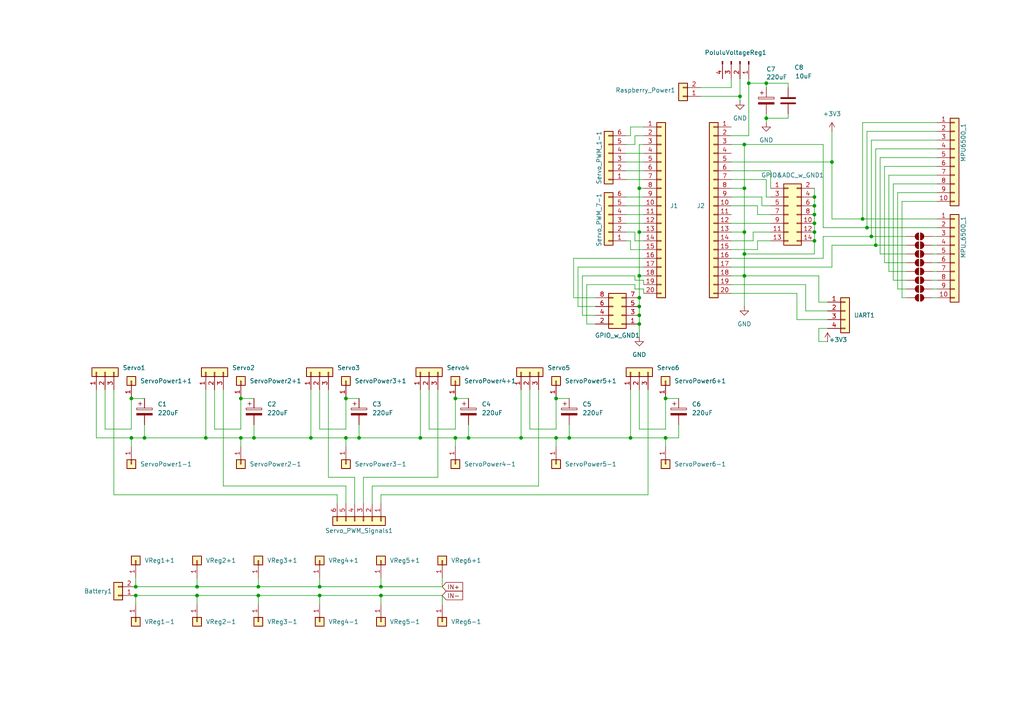
<source format=kicad_sch>
(kicad_sch (version 20250114) (generator "eeschema") (generator_version "9.0")
  (paper "A4")
  (lib_symbols
    (symbol "Connector:Conn_01x04_Pin" (pin_names (offset 1.016) (hide yes))
      (property "Reference" "J" (at 0 5.08 0))
      (property "Value" "Conn_01x04_Pin" (at 0 -7.62 0))
      (symbol "Conn_01x04_Pin_1_1"
        (pin passive line (at 5.08 2.54 180) (length 3.81) (name "Pin_1") (number "1"))
        (pin passive line (at 5.08 0 180) (length 3.81) (name "Pin_2") (number "2"))
        (pin passive line (at 5.08 -2.54 180) (length 3.81) (name "Pin_3") (number "3"))
        (pin passive line (at 5.08 -5.08 180) (length 3.81) (name "Pin_4") (number "4"))
      )
    )
    (symbol "Connector_Generic:Conn_01x01" (pin_names (offset 1.016) (hide yes))
      (property "Reference" "J" (at 0 2.54 0))
      (property "Value" "Conn_01x01" (at 0 -2.54 0))
      (symbol "Conn_01x01_1_1"
        (pin passive line (at -5.08 0 0) (length 3.81) (name "Pin_1") (number "1"))
      )
    )
    (symbol "Connector_Generic:Conn_01x02" (pin_names (offset 1.016) (hide yes))
      (property "Reference" "J" (at 0 2.54 0))
      (property "Value" "Conn_01x02" (at 0 -5.08 0))
      (symbol "Conn_01x02_1_1"
        (pin passive line (at -5.08 0 0) (length 3.81) (name "Pin_1") (number "1"))
        (pin passive line (at -5.08 -2.54 0) (length 3.81) (name "Pin_2") (number "2"))
      )
    )
    (symbol "Connector_Generic:Conn_01x03" (pin_names (offset 1.016) (hide yes))
      (property "Reference" "J" (at 0 5.08 0))
      (property "Value" "Conn_01x03" (at 0 -5.08 0))
      (symbol "Conn_01x03_1_1"
        (pin passive line (at -5.08 2.54 0) (length 3.81) (name "Pin_1") (number "1"))
        (pin passive line (at -5.08 0 0) (length 3.81) (name "Pin_2") (number "2"))
        (pin passive line (at -5.08 -2.54 0) (length 3.81) (name "Pin_3") (number "3"))
      )
    )
    (symbol "Connector_Generic:Conn_01x04" (pin_names (offset 1.016) (hide yes))
      (property "Reference" "J" (at 0 5.08 0))
      (property "Value" "Conn_01x04" (at 0 -7.62 0))
      (symbol "Conn_01x04_1_1"
        (pin passive line (at -5.08 2.54 0) (length 3.81) (name "Pin_1") (number "1"))
        (pin passive line (at -5.08 0 0) (length 3.81) (name "Pin_2") (number "2"))
        (pin passive line (at -5.08 -2.54 0) (length 3.81) (name "Pin_3") (number "3"))
        (pin passive line (at -5.08 -5.08 0) (length 3.81) (name "Pin_4") (number "4"))
      )
    )
    (symbol "Connector_Generic:Conn_01x06" (pin_names (offset 1.016) (hide yes))
      (property "Reference" "J" (at 0 7.62 0))
      (property "Value" "Conn_01x06" (at 0 -10.16 0))
      (symbol "Conn_01x06_1_1"
        (pin passive line (at -5.08 5.08 0) (length 3.81) (name "Pin_1") (number "1"))
        (pin passive line (at -5.08 2.54 0) (length 3.81) (name "Pin_2") (number "2"))
        (pin passive line (at -5.08 0 0) (length 3.81) (name "Pin_3") (number "3"))
        (pin passive line (at -5.08 -2.54 0) (length 3.81) (name "Pin_4") (number "4"))
        (pin passive line (at -5.08 -5.08 0) (length 3.81) (name "Pin_5") (number "5"))
        (pin passive line (at -5.08 -7.62 0) (length 3.81) (name "Pin_6") (number "6"))
      )
    )
    (symbol "Connector_Generic:Conn_01x10" (pin_names (offset 1.016) (hide yes))
      (property "Reference" "J" (at 0 12.7 0))
      (property "Value" "Conn_01x10" (at 0 -15.24 0))
      (symbol "Conn_01x10_1_1"
        (pin passive line (at -5.08 10.16 0) (length 3.81) (name "Pin_1") (number "1"))
        (pin passive line (at -5.08 7.62 0) (length 3.81) (name "Pin_2") (number "2"))
        (pin passive line (at -5.08 5.08 0) (length 3.81) (name "Pin_3") (number "3"))
        (pin passive line (at -5.08 2.54 0) (length 3.81) (name "Pin_4") (number "4"))
        (pin passive line (at -5.08 0 0) (length 3.81) (name "Pin_5") (number "5"))
        (pin passive line (at -5.08 -2.54 0) (length 3.81) (name "Pin_6") (number "6"))
        (pin passive line (at -5.08 -5.08 0) (length 3.81) (name "Pin_7") (number "7"))
        (pin passive line (at -5.08 -7.62 0) (length 3.81) (name "Pin_8") (number "8"))
        (pin passive line (at -5.08 -10.16 0) (length 3.81) (name "Pin_9") (number "9"))
        (pin passive line (at -5.08 -12.7 0) (length 3.81) (name "Pin_10") (number "10"))
      )
    )
    (symbol "Connector_Generic:Conn_01x20" (pin_names (offset 1.016) (hide yes))
      (property "Reference" "J" (at 0 25.4 0))
      (property "Value" "Conn_01x20" (at 0 -27.94 0))
      (symbol "Conn_01x20_1_1"
        (pin passive line (at -5.08 22.86 0) (length 3.81) (name "Pin_1") (number "1"))
        (pin passive line (at -5.08 20.32 0) (length 3.81) (name "Pin_2") (number "2"))
        (pin passive line (at -5.08 17.78 0) (length 3.81) (name "Pin_3") (number "3"))
        (pin passive line (at -5.08 15.24 0) (length 3.81) (name "Pin_4") (number "4"))
        (pin passive line (at -5.08 12.7 0) (length 3.81) (name "Pin_5") (number "5"))
        (pin passive line (at -5.08 10.16 0) (length 3.81) (name "Pin_6") (number "6"))
        (pin passive line (at -5.08 7.62 0) (length 3.81) (name "Pin_7") (number "7"))
        (pin passive line (at -5.08 5.08 0) (length 3.81) (name "Pin_8") (number "8"))
        (pin passive line (at -5.08 2.54 0) (length 3.81) (name "Pin_9") (number "9"))
        (pin passive line (at -5.08 0 0) (length 3.81) (name "Pin_10") (number "10"))
        (pin passive line (at -5.08 -2.54 0) (length 3.81) (name "Pin_11") (number "11"))
        (pin passive line (at -5.08 -5.08 0) (length 3.81) (name "Pin_12") (number "12"))
        (pin passive line (at -5.08 -7.62 0) (length 3.81) (name "Pin_13") (number "13"))
        (pin passive line (at -5.08 -10.16 0) (length 3.81) (name "Pin_14") (number "14"))
        (pin passive line (at -5.08 -12.7 0) (length 3.81) (name "Pin_15") (number "15"))
        (pin passive line (at -5.08 -15.24 0) (length 3.81) (name "Pin_16") (number "16"))
        (pin passive line (at -5.08 -17.78 0) (length 3.81) (name "Pin_17") (number "17"))
        (pin passive line (at -5.08 -20.32 0) (length 3.81) (name "Pin_18") (number "18"))
        (pin passive line (at -5.08 -22.86 0) (length 3.81) (name "Pin_19") (number "19"))
        (pin passive line (at -5.08 -25.4 0) (length 3.81) (name "Pin_20") (number "20"))
      )
    )
    (symbol "Connector_Generic:Conn_02x04_Odd_Even" (pin_names (offset 1.016) (hide yes))
      (property "Reference" "J" (at 1.27 5.08 0))
      (property "Value" "Conn_02x04_Odd_Even" (at 1.27 -7.62 0))
      (symbol "Conn_02x04_Odd_Even_1_1"
        (pin passive line (at -5.08 2.54 0) (length 3.81) (name "Pin_1") (number "1"))
        (pin passive line (at -5.08 0 0) (length 3.81) (name "Pin_3") (number "3"))
        (pin passive line (at -5.08 -2.54 0) (length 3.81) (name "Pin_5") (number "5"))
        (pin passive line (at -5.08 -5.08 0) (length 3.81) (name "Pin_7") (number "7"))
        (pin passive line (at 7.62 2.54 180) (length 3.81) (name "Pin_2") (number "2"))
        (pin passive line (at 7.62 0 180) (length 3.81) (name "Pin_4") (number "4"))
        (pin passive line (at 7.62 -2.54 180) (length 3.81) (name "Pin_6") (number "6"))
        (pin passive line (at 7.62 -5.08 180) (length 3.81) (name "Pin_8") (number "8"))
      )
    )
    (symbol "Connector_Generic:Conn_02x07_Odd_Even" (pin_names (offset 1.016) (hide yes))
      (property "Reference" "J" (at 1.27 10.16 0))
      (property "Value" "Conn_02x07_Odd_Even" (at 1.27 -10.16 0))
      (symbol "Conn_02x07_Odd_Even_1_1"
        (pin passive line (at -5.08 7.62 0) (length 3.81) (name "Pin_1") (number "1"))
        (pin passive line (at -5.08 5.08 0) (length 3.81) (name "Pin_3") (number "3"))
        (pin passive line (at -5.08 2.54 0) (length 3.81) (name "Pin_5") (number "5"))
        (pin passive line (at -5.08 0 0) (length 3.81) (name "Pin_7") (number "7"))
        (pin passive line (at -5.08 -2.54 0) (length 3.81) (name "Pin_9") (number "9"))
        (pin passive line (at -5.08 -5.08 0) (length 3.81) (name "Pin_11") (number "11"))
        (pin passive line (at -5.08 -7.62 0) (length 3.81) (name "Pin_13") (number "13"))
        (pin passive line (at 7.62 7.62 180) (length 3.81) (name "Pin_2") (number "2"))
        (pin passive line (at 7.62 5.08 180) (length 3.81) (name "Pin_4") (number "4"))
        (pin passive line (at 7.62 2.54 180) (length 3.81) (name "Pin_6") (number "6"))
        (pin passive line (at 7.62 0 180) (length 3.81) (name "Pin_8") (number "8"))
        (pin passive line (at 7.62 -2.54 180) (length 3.81) (name "Pin_10") (number "10"))
        (pin passive line (at 7.62 -5.08 180) (length 3.81) (name "Pin_12") (number "12"))
        (pin passive line (at 7.62 -7.62 180) (length 3.81) (name "Pin_14") (number "14"))
      )
    )
    (symbol "Device:C" (pin_numbers (hide yes)) (pin_names (offset 0.254))
      (property "Reference" "C" (at 0.635 2.54 0))
      (property "Value" "C" (at 0.635 -2.54 0))
      (symbol "C_1_1"
        (pin passive line (at 0 3.81 270) (length 2.794) (name "~") (number "1"))
        (pin passive line (at 0 -3.81 90) (length 2.794) (name "~") (number "2"))
      )
    )
    (symbol "Device:C_Polarized" (pin_numbers (hide yes)) (pin_names (offset 0.254))
      (property "Reference" "C" (at 0.635 2.54 0))
      (property "Value" "C_Polarized" (at 0.635 -2.54 0))
      (symbol "C_Polarized_1_1"
        (pin passive line (at 0 3.81 270) (length 2.794) (name "~") (number "1"))
        (pin passive line (at 0 -3.81 90) (length 2.794) (name "~") (number "2"))
      )
    )
    (symbol "Jumper:SolderJumper_2_Open" (pin_numbers (hide yes)) (pin_names (offset 0) (hide yes)) (in_bom no)
      (property "Reference" "JP" (at 0 2.032 0))
      (property "Value" "SolderJumper_2_Open" (at 0 -2.54 0))
      (symbol "SolderJumper_2_Open_1_1"
        (pin passive line (at -3.81 0 0) (length 2.54) (name "A") (number "1"))
        (pin passive line (at 3.81 0 180) (length 2.54) (name "B") (number "2"))
      )
    )
    (symbol "power:+3V3" (power) (pin_numbers (hide yes)) (pin_names (offset 0) (hide yes))
      (property "Value" "+3V3" (at 0 3.556 0))
      (symbol "+3V3_1_1"
        (pin power_in line (at 0 0 90) (length 0) (name "~") (number "1"))
      )
    )
    (symbol "power:GND" (power) (pin_numbers (hide yes)) (pin_names (offset 0) (hide yes))
      (property "Value" "GND" (at 0 -3.81 0))
      (symbol "GND_1_1"
        (pin power_in line (at 0 0 270) (length 0) (name "~") (number "1"))
      )
    )
  )
  (junction (at 236.22 57.15))
  (junction (at 236.22 69.85))
  (junction (at 217.17 24.13))
  (junction (at 151.13 127))
  (junction (at 74.93 172.72))
  (junction (at 241.3 46.99))
  (junction (at 236.22 62.23))
  (junction (at 73.66 127))
  (junction (at 215.9 54.61))
  (junction (at 185.42 80.01))
  (junction (at 57.15 170.18))
  (junction (at 100.33 127))
  (junction (at 59.69 127))
  (junction (at 236.22 67.31))
  (junction (at 132.08 127))
  (junction (at 110.49 172.72))
  (junction (at 121.92 127))
  (junction (at 39.37 172.72))
  (junction (at 161.29 115.57))
  (junction (at 185.42 93.98))
  (junction (at 92.71 170.18))
  (junction (at 185.42 91.44))
  (junction (at 215.9 67.31))
  (junction (at 185.42 88.9))
  (junction (at 236.22 64.77))
  (junction (at 38.1 127))
  (junction (at 100.33 115.57))
  (junction (at 92.71 172.72))
  (junction (at 215.9 41.91))
  (junction (at 90.17 127))
  (junction (at 69.85 127))
  (junction (at 161.29 127))
  (junction (at 135.89 127))
  (junction (at 215.9 80.01))
  (junction (at 165.1 127))
  (junction (at 252.73 68.58))
  (junction (at 250.19 63.5))
  (junction (at 236.22 59.69))
  (junction (at 193.04 115.57))
  (junction (at 57.15 172.72))
  (junction (at 185.42 86.36))
  (junction (at 104.14 127))
  (junction (at 182.88 127))
  (junction (at 132.08 115.57))
  (junction (at 215.9 73.66))
  (junction (at 193.04 127))
  (junction (at 254 71.12))
  (junction (at 74.93 170.18))
  (junction (at 185.42 67.31))
  (junction (at 41.91 127))
  (junction (at 251.46 66.04))
  (junction (at 222.25 34.29))
  (junction (at 69.85 115.57))
  (junction (at 38.1 115.57))
  (junction (at 39.37 170.18))
  (junction (at 222.25 24.13))
  (junction (at 214.63 27.94))
  (junction (at 185.42 54.61))
  (junction (at 110.49 170.18))
  (wire (pts (xy 166.37 86.36) (xy 172.72 86.36)))
  (wire (pts (xy 104.14 123.19) (xy 104.14 127)))
  (wire (pts (xy 212.09 39.37) (xy 217.17 39.37)))
  (wire (pts (xy 212.09 41.91) (xy 215.9 41.91)))
  (wire (pts (xy 161.29 115.57) (xy 165.1 115.57)))
  (wire (pts (xy 39.37 172.72) (xy 57.15 172.72)))
  (wire (pts (xy 250.19 63.5) (xy 271.78 63.5)))
  (wire (pts (xy 193.04 115.57) (xy 196.85 115.57)))
  (wire (pts (xy 236.22 57.15) (xy 236.22 59.69)))
  (wire (pts (xy 69.85 124.46) (xy 69.85 115.57)))
  (wire (pts (xy 38.1 127) (xy 27.94 127)))
  (wire (pts (xy 186.69 81.28) (xy 186.69 82.55)))
  (wire (pts (xy 196.85 123.19) (xy 196.85 127)))
  (wire (pts (xy 222.25 33.02) (xy 222.25 34.29)))
  (wire (pts (xy 241.3 71.12) (xy 254 71.12)))
  (wire (pts (xy 236.22 59.69) (xy 236.22 62.23)))
  (wire (pts (xy 167.64 77.47) (xy 167.64 88.9)))
  (wire (pts (xy 100.33 146.05) (xy 100.33 140.97)))
  (wire (pts (xy 73.66 123.19) (xy 73.66 127)))
  (wire (pts (xy 217.17 24.13) (xy 217.17 39.37)))
  (wire (pts (xy 212.09 64.77) (xy 223.52 64.77)))
  (wire (pts (xy 170.18 93.98) (xy 172.72 93.98)))
  (wire (pts (xy 271.78 45.72) (xy 255.27 45.72)))
  (wire (pts (xy 193.04 127) (xy 182.88 127)))
  (wire (pts (xy 231.14 92.71) (xy 240.03 92.71)))
  (wire (pts (xy 223.52 49.53) (xy 223.52 54.61)))
  (wire (pts (xy 271.78 35.56) (xy 250.19 35.56)))
  (wire (pts (xy 193.04 129.54) (xy 193.04 127)))
  (wire (pts (xy 222.25 52.07) (xy 222.25 57.15)))
  (wire (pts (xy 135.89 123.19) (xy 135.89 127)))
  (wire (pts (xy 170.18 82.55) (xy 184.15 82.55)))
  (wire (pts (xy 185.42 91.44) (xy 185.42 93.98)))
  (wire (pts (xy 184.15 80.01) (xy 184.15 81.28)))
  (wire (pts (xy 228.6 33.02) (xy 228.6 34.29)))
  (wire (pts (xy 254 43.18) (xy 254 71.12)))
  (wire (pts (xy 161.29 124.46) (xy 161.29 115.57)))
  (wire (pts (xy 41.91 127) (xy 38.1 127)))
  (wire (pts (xy 184.15 82.55) (xy 184.15 83.82)))
  (wire (pts (xy 185.42 86.36) (xy 185.42 88.9)))
  (wire (pts (xy 219.71 69.85) (xy 219.71 72.39)))
  (wire (pts (xy 212.09 49.53) (xy 223.52 49.53)))
  (wire (pts (xy 181.61 49.53) (xy 186.69 49.53)))
  (wire (pts (xy 212.09 25.4) (xy 203.2 25.4)))
  (wire (pts (xy 100.33 115.57) (xy 104.14 115.57)))
  (wire (pts (xy 212.09 57.15) (xy 220.98 57.15)))
  (wire (pts (xy 100.33 140.97) (xy 64.77 140.97)))
  (wire (pts (xy 92.71 172.72) (xy 110.49 172.72)))
  (wire (pts (xy 238.76 66.04) (xy 251.46 66.04)))
  (wire (pts (xy 250.19 35.56) (xy 250.19 63.5)))
  (wire (pts (xy 228.6 24.13) (xy 228.6 25.4)))
  (wire (pts (xy 121.92 127) (xy 104.14 127)))
  (wire (pts (xy 30.48 113.03) (xy 30.48 124.46)))
  (wire (pts (xy 97.79 146.05) (xy 97.79 143.51)))
  (wire (pts (xy 271.78 58.42) (xy 261.62 58.42)))
  (wire (pts (xy 255.27 45.72) (xy 255.27 73.66)))
  (wire (pts (xy 214.63 22.86) (xy 214.63 27.94)))
  (wire (pts (xy 110.49 143.51) (xy 110.49 146.05)))
  (wire (pts (xy 187.96 143.51) (xy 187.96 113.03)))
  (wire (pts (xy 62.23 113.03) (xy 62.23 124.46)))
  (wire (pts (xy 182.88 36.83) (xy 186.69 36.83)))
  (wire (pts (xy 41.91 123.19) (xy 41.91 127)))
  (wire (pts (xy 161.29 127) (xy 151.13 127)))
  (wire (pts (xy 161.29 127) (xy 161.29 129.54)))
  (wire (pts (xy 181.61 62.23) (xy 186.69 62.23)))
  (wire (pts (xy 166.37 74.93) (xy 166.37 86.36)))
  (wire (pts (xy 184.15 39.37) (xy 184.15 41.91)))
  (wire (pts (xy 185.42 113.03) (xy 185.42 124.46)))
  (wire (pts (xy 228.6 34.29) (xy 222.25 34.29)))
  (wire (pts (xy 271.78 53.34) (xy 259.08 53.34)))
  (wire (pts (xy 254 71.12) (xy 262.89 71.12)))
  (wire (pts (xy 181.61 52.07) (xy 186.69 52.07)))
  (wire (pts (xy 212.09 54.61) (xy 215.9 54.61)))
  (wire (pts (xy 214.63 27.94) (xy 203.2 27.94)))
  (wire (pts (xy 236.22 64.77) (xy 236.22 67.31)))
  (wire (pts (xy 184.15 69.85) (xy 186.69 69.85)))
  (wire (pts (xy 100.33 127) (xy 90.17 127)))
  (wire (pts (xy 212.09 74.93) (xy 238.76 74.93)))
  (wire (pts (xy 127 138.43) (xy 127 113.03)))
  (wire (pts (xy 256.54 48.26) (xy 256.54 76.2)))
  (wire (pts (xy 168.91 80.01) (xy 184.15 80.01)))
  (wire (pts (xy 237.49 99.06) (xy 237.49 95.25)))
  (wire (pts (xy 39.37 172.72) (xy 39.37 175.26)))
  (wire (pts (xy 214.63 27.94) (xy 214.63 29.21)))
  (wire (pts (xy 185.42 93.98) (xy 185.42 97.79)))
  (wire (pts (xy 219.71 72.39) (xy 212.09 72.39)))
  (wire (pts (xy 251.46 66.04) (xy 271.78 66.04)))
  (wire (pts (xy 236.22 69.85) (xy 236.22 73.66)))
  (wire (pts (xy 215.9 54.61) (xy 215.9 67.31)))
  (wire (pts (xy 233.68 90.17) (xy 233.68 82.55)))
  (wire (pts (xy 271.78 40.64) (xy 252.73 40.64)))
  (wire (pts (xy 110.49 170.18) (xy 92.71 170.18)))
  (wire (pts (xy 121.92 113.03) (xy 121.92 127)))
  (wire (pts (xy 270.51 68.58) (xy 271.78 68.58)))
  (wire (pts (xy 128.27 170.18) (xy 110.49 170.18)))
  (wire (pts (xy 124.46 124.46) (xy 132.08 124.46)))
  (wire (pts (xy 222.25 24.13) (xy 217.17 24.13)))
  (wire (pts (xy 135.89 127) (xy 132.08 127)))
  (wire (pts (xy 220.98 59.69) (xy 223.52 59.69)))
  (wire (pts (xy 240.03 90.17) (xy 233.68 90.17)))
  (wire (pts (xy 237.49 80.01) (xy 237.49 87.63)))
  (wire (pts (xy 259.08 81.28) (xy 262.89 81.28)))
  (wire (pts (xy 110.49 172.72) (xy 128.27 172.72)))
  (wire (pts (xy 270.51 71.12) (xy 271.78 71.12)))
  (wire (pts (xy 260.35 83.82) (xy 262.89 83.82)))
  (wire (pts (xy 270.51 73.66) (xy 271.78 73.66)))
  (wire (pts (xy 222.25 24.13) (xy 228.6 24.13)))
  (wire (pts (xy 218.44 67.31) (xy 218.44 69.85)))
  (wire (pts (xy 215.9 67.31) (xy 215.9 73.66)))
  (wire (pts (xy 128.27 172.72) (xy 128.27 175.26)))
  (wire (pts (xy 270.51 83.82) (xy 271.78 83.82)))
  (wire (pts (xy 231.14 92.71) (xy 231.14 85.09)))
  (wire (pts (xy 219.71 59.69) (xy 219.71 62.23)))
  (wire (pts (xy 181.61 57.15) (xy 186.69 57.15)))
  (wire (pts (xy 236.22 62.23) (xy 236.22 64.77)))
  (wire (pts (xy 69.85 127) (xy 59.69 127)))
  (wire (pts (xy 168.91 80.01) (xy 168.91 91.44)))
  (wire (pts (xy 100.33 115.57) (xy 100.33 124.46)))
  (wire (pts (xy 57.15 172.72) (xy 74.93 172.72)))
  (wire (pts (xy 167.64 88.9) (xy 172.72 88.9)))
  (wire (pts (xy 222.25 34.29) (xy 222.25 35.56)))
  (wire (pts (xy 185.42 124.46) (xy 193.04 124.46)))
  (wire (pts (xy 193.04 124.46) (xy 193.04 115.57)))
  (wire (pts (xy 237.49 99.06) (xy 240.03 99.06)))
  (wire (pts (xy 181.61 64.77) (xy 186.69 64.77)))
  (wire (pts (xy 238.76 74.93) (xy 238.76 68.58)))
  (wire (pts (xy 185.42 80.01) (xy 186.69 80.01)))
  (wire (pts (xy 128.27 167.64) (xy 128.27 170.18)))
  (wire (pts (xy 271.78 38.1) (xy 251.46 38.1)))
  (wire (pts (xy 236.22 54.61) (xy 236.22 57.15)))
  (wire (pts (xy 212.09 77.47) (xy 241.3 77.47)))
  (wire (pts (xy 184.15 67.31) (xy 184.15 69.85)))
  (wire (pts (xy 270.51 86.36) (xy 271.78 86.36)))
  (wire (pts (xy 257.81 78.74) (xy 262.89 78.74)))
  (wire (pts (xy 151.13 127) (xy 135.89 127)))
  (wire (pts (xy 215.9 80.01) (xy 237.49 80.01)))
  (wire (pts (xy 186.69 39.37) (xy 184.15 39.37)))
  (wire (pts (xy 64.77 140.97) (xy 64.77 113.03)))
  (wire (pts (xy 74.93 167.64) (xy 74.93 170.18)))
  (wire (pts (xy 182.88 36.83) (xy 182.88 39.37)))
  (wire (pts (xy 215.9 41.91) (xy 215.9 54.61)))
  (wire (pts (xy 30.48 124.46) (xy 38.1 124.46)))
  (wire (pts (xy 165.1 127) (xy 161.29 127)))
  (wire (pts (xy 69.85 127) (xy 69.85 129.54)))
  (wire (pts (xy 241.3 77.47) (xy 241.3 71.12)))
  (wire (pts (xy 105.41 146.05) (xy 105.41 138.43)))
  (wire (pts (xy 261.62 86.36) (xy 262.89 86.36)))
  (wire (pts (xy 231.14 85.09) (xy 212.09 85.09)))
  (wire (pts (xy 185.42 67.31) (xy 186.69 67.31)))
  (wire (pts (xy 185.42 54.61) (xy 185.42 67.31)))
  (wire (pts (xy 182.88 72.39) (xy 186.69 72.39)))
  (wire (pts (xy 166.37 74.93) (xy 186.69 74.93)))
  (wire (pts (xy 241.3 38.1) (xy 241.3 46.99)))
  (wire (pts (xy 241.3 46.99) (xy 241.3 63.5)))
  (wire (pts (xy 185.42 54.61) (xy 186.69 54.61)))
  (wire (pts (xy 100.33 127) (xy 100.33 129.54)))
  (wire (pts (xy 181.61 69.85) (xy 182.88 69.85)))
  (wire (pts (xy 271.78 43.18) (xy 254 43.18)))
  (wire (pts (xy 237.49 87.63) (xy 240.03 87.63)))
  (wire (pts (xy 107.95 140.97) (xy 107.95 146.05)))
  (wire (pts (xy 165.1 123.19) (xy 165.1 127)))
  (wire (pts (xy 170.18 82.55) (xy 170.18 93.98)))
  (wire (pts (xy 212.09 80.01) (xy 215.9 80.01)))
  (wire (pts (xy 236.22 73.66) (xy 215.9 73.66)))
  (wire (pts (xy 238.76 68.58) (xy 252.73 68.58)))
  (wire (pts (xy 270.51 78.74) (xy 271.78 78.74)))
  (wire (pts (xy 182.88 113.03) (xy 182.88 127)))
  (wire (pts (xy 57.15 172.72) (xy 57.15 175.26)))
  (wire (pts (xy 59.69 127) (xy 59.69 113.03)))
  (wire (pts (xy 181.61 46.99) (xy 186.69 46.99)))
  (wire (pts (xy 181.61 41.91) (xy 184.15 41.91)))
  (wire (pts (xy 236.22 67.31) (xy 236.22 69.85)))
  (wire (pts (xy 184.15 81.28) (xy 186.69 81.28)))
  (wire (pts (xy 271.78 55.88) (xy 260.35 55.88)))
  (wire (pts (xy 185.42 88.9) (xy 185.42 91.44)))
  (wire (pts (xy 181.61 59.69) (xy 186.69 59.69)))
  (wire (pts (xy 153.67 113.03) (xy 153.67 124.46)))
  (wire (pts (xy 69.85 115.57) (xy 73.66 115.57)))
  (wire (pts (xy 271.78 50.8) (xy 257.81 50.8)))
  (wire (pts (xy 255.27 73.66) (xy 262.89 73.66)))
  (wire (pts (xy 95.25 138.43) (xy 102.87 138.43)))
  (wire (pts (xy 38.1 115.57) (xy 41.91 115.57)))
  (wire (pts (xy 168.91 91.44) (xy 172.72 91.44)))
  (wire (pts (xy 73.66 127) (xy 69.85 127)))
  (wire (pts (xy 97.79 143.51) (xy 33.02 143.51)))
  (wire (pts (xy 92.71 170.18) (xy 74.93 170.18)))
  (wire (pts (xy 124.46 113.03) (xy 124.46 124.46)))
  (wire (pts (xy 196.85 127) (xy 193.04 127)))
  (wire (pts (xy 110.49 167.64) (xy 110.49 170.18)))
  (wire (pts (xy 220.98 57.15) (xy 220.98 59.69)))
  (wire (pts (xy 185.42 80.01) (xy 185.42 86.36)))
  (wire (pts (xy 38.1 127) (xy 38.1 129.54)))
  (wire (pts (xy 252.73 40.64) (xy 252.73 68.58)))
  (wire (pts (xy 223.52 69.85) (xy 219.71 69.85)))
  (wire (pts (xy 259.08 53.34) (xy 259.08 81.28)))
  (wire (pts (xy 261.62 58.42) (xy 261.62 86.36)))
  (wire (pts (xy 57.15 170.18) (xy 39.37 170.18)))
  (wire (pts (xy 132.08 124.46) (xy 132.08 115.57)))
  (wire (pts (xy 218.44 69.85) (xy 212.09 69.85)))
  (wire (pts (xy 33.02 113.03) (xy 33.02 143.51)))
  (wire (pts (xy 59.69 127) (xy 41.91 127)))
  (wire (pts (xy 74.93 170.18) (xy 57.15 170.18)))
  (wire (pts (xy 252.73 68.58) (xy 262.89 68.58)))
  (wire (pts (xy 217.17 22.86) (xy 217.17 24.13)))
  (wire (pts (xy 241.3 63.5) (xy 250.19 63.5)))
  (wire (pts (xy 132.08 127) (xy 132.08 129.54)))
  (wire (pts (xy 260.35 55.88) (xy 260.35 83.82)))
  (wire (pts (xy 92.71 167.64) (xy 92.71 170.18)))
  (wire (pts (xy 270.51 76.2) (xy 271.78 76.2)))
  (wire (pts (xy 110.49 172.72) (xy 110.49 175.26)))
  (wire (pts (xy 212.09 46.99) (xy 241.3 46.99)))
  (wire (pts (xy 182.88 39.37) (xy 181.61 39.37)))
  (wire (pts (xy 153.67 124.46) (xy 161.29 124.46)))
  (wire (pts (xy 132.08 115.57) (xy 135.89 115.57)))
  (wire (pts (xy 186.69 41.91) (xy 185.42 41.91)))
  (wire (pts (xy 185.42 67.31) (xy 185.42 80.01)))
  (wire (pts (xy 110.49 143.51) (xy 187.96 143.51)))
  (wire (pts (xy 105.41 138.43) (xy 127 138.43)))
  (wire (pts (xy 104.14 127) (xy 100.33 127)))
  (wire (pts (xy 92.71 113.03) (xy 92.71 124.46)))
  (wire (pts (xy 212.09 52.07) (xy 222.25 52.07)))
  (wire (pts (xy 92.71 124.46) (xy 100.33 124.46)))
  (wire (pts (xy 271.78 48.26) (xy 256.54 48.26)))
  (wire (pts (xy 181.61 44.45) (xy 186.69 44.45)))
  (wire (pts (xy 257.81 50.8) (xy 257.81 78.74)))
  (wire (pts (xy 256.54 76.2) (xy 262.89 76.2)))
  (wire (pts (xy 74.93 172.72) (xy 74.93 175.26)))
  (wire (pts (xy 38.1 124.46) (xy 38.1 115.57)))
  (wire (pts (xy 167.64 77.47) (xy 186.69 77.47)))
  (wire (pts (xy 182.88 69.85) (xy 182.88 72.39)))
  (wire (pts (xy 223.52 67.31) (xy 218.44 67.31)))
  (wire (pts (xy 151.13 113.03) (xy 151.13 127)))
  (wire (pts (xy 57.15 167.64) (xy 57.15 170.18)))
  (wire (pts (xy 212.09 22.86) (xy 212.09 25.4)))
  (wire (pts (xy 215.9 73.66) (xy 215.9 80.01)))
  (wire (pts (xy 27.94 127) (xy 27.94 113.03)))
  (wire (pts (xy 237.49 95.25) (xy 240.03 95.25)))
  (wire (pts (xy 90.17 113.03) (xy 90.17 127)))
  (wire (pts (xy 233.68 82.55) (xy 212.09 82.55)))
  (wire (pts (xy 222.25 25.4) (xy 222.25 24.13)))
  (wire (pts (xy 222.25 57.15) (xy 223.52 57.15)))
  (wire (pts (xy 270.51 81.28) (xy 271.78 81.28)))
  (wire (pts (xy 62.23 124.46) (xy 69.85 124.46)))
  (wire (pts (xy 215.9 41.91) (xy 238.76 41.91)))
  (wire (pts (xy 95.25 113.03) (xy 95.25 138.43)))
  (wire (pts (xy 39.37 167.64) (xy 39.37 170.18)))
  (wire (pts (xy 156.21 113.03) (xy 156.21 140.97)))
  (wire (pts (xy 238.76 41.91) (xy 238.76 66.04)))
  (wire (pts (xy 90.17 127) (xy 73.66 127)))
  (wire (pts (xy 181.61 67.31) (xy 184.15 67.31)))
  (wire (pts (xy 186.69 83.82) (xy 186.69 85.09)))
  (wire (pts (xy 251.46 38.1) (xy 251.46 66.04)))
  (wire (pts (xy 215.9 80.01) (xy 215.9 88.9)))
  (wire (pts (xy 182.88 127) (xy 165.1 127)))
  (wire (pts (xy 185.42 41.91) (xy 185.42 54.61)))
  (wire (pts (xy 212.09 67.31) (xy 215.9 67.31)))
  (wire (pts (xy 102.87 138.43) (xy 102.87 146.05)))
  (wire (pts (xy 219.71 62.23) (xy 223.52 62.23)))
  (wire (pts (xy 74.93 172.72) (xy 92.71 172.72)))
  (wire (pts (xy 184.15 83.82) (xy 186.69 83.82)))
  (wire (pts (xy 92.71 172.72) (xy 92.71 175.26)))
  (wire (pts (xy 132.08 127) (xy 121.92 127)))
  (wire (pts (xy 212.09 59.69) (xy 219.71 59.69)))
  (wire (pts (xy 156.21 140.97) (xy 107.95 140.97)))
  (global_label "IN-" (shape input) (at 128.27 172.72 0) (property "Intersheetrefs" "${INTERSHEET_REFS}" (effects (hide yes))))
  (global_label "IN+" (shape input) (at 128.27 170.18 0) (property "Intersheetrefs" "${INTERSHEET_REFS}" (effects (hide yes))))
  (symbol (lib_id "Connector_Generic:Conn_01x02") (at 34.29 172.72 180) (unit 1)
    (property "Reference" "Battery1" (at 28.448 171.45 0))
    (property "Value" "Conn_01x02" (effects (hide yes)))
    (property "Footprint" "Connector_AMASS:AMASS_XT60-M_1x02_P7.20mm_Vertical" (effects (hide yes)))
    (property "Description" "Generic connector, single row, 01x02, script generated (kicad-library-utils/schlib/autogen/connector/)" (effects (hide yes)))
  )
  (symbol (lib_id "Connector_Generic:Conn_01x01") (at 128.27 180.34 270) (unit 1)
    (property "Reference" "VReg6-1" (at 130.81 180.3399 90) (effects (justify left)))
    (property "Value" "Conn_01x01" (effects (hide yes)))
    (property "Footprint" "Connector_PinHeader_2.54mm:PinHeader_1x01_P2.54mm_Vertical" (effects (hide yes)))
    (property "Description" "Generic connector, single row, 01x01, script generated (kicad-library-utils/schlib/autogen/connector/)" (effects (hide yes)))
  )
  (symbol (lib_id "Connector_Generic:Conn_01x20") (at 191.77 59.69 0) (unit 1)
    (property "Reference" "J1" (at 194.31 59.6899 0) (effects (justify left)))
    (property "Footprint" "Connector_PinSocket_2.54mm:PinSocket_1x20_P2.54mm_Vertical" (effects (hide yes)))
    (property "Description" "Generic connector, single row, 01x20, script generated (kicad-library-utils/schlib/autogen/connector/)" (effects (hide yes)))
  )
  (symbol (lib_id "Connector_Generic:Conn_01x03") (at 30.48 107.95 90) (unit 1)
    (property "Reference" "Servo1" (at 35.56 106.6799 90) (effects (justify right)))
    (property "Value" "Conn_01x03" (effects (hide yes)))
    (property "Footprint" "Connector_PinHeader_2.54mm:PinHeader_1x03_P2.54mm_Vertical" (effects (hide yes)))
    (property "Description" "Generic connector, single row, 01x03, script generated (kicad-library-utils/schlib/autogen/connector/)" (effects (hide yes)))
  )
  (symbol (lib_id "Connector_Generic:Conn_01x10") (at 276.86 73.66 0) (unit 1)
    (property "Reference" "MPU_6500_1" (at 279.4 74.9299 90) (effects (justify left)))
    (property "Value" "Conn_01x10" (effects (hide yes)))
    (property "Footprint" "Connector_PinHeader_2.54mm:PinHeader_1x10_P2.54mm_Vertical" (effects (hide yes)))
    (property "Description" "Generic connector, single row, 01x10, script generated (kicad-library-utils/schlib/autogen/connector/)" (effects (hide yes)))
  )
  (symbol (lib_id "Connector_Generic:Conn_01x01") (at 39.37 180.34 270) (unit 1)
    (property "Reference" "VReg1-1" (at 41.91 180.3399 90) (effects (justify left)))
    (property "Value" "Conn_01x01" (effects (hide yes)))
    (property "Footprint" "Connector_PinHeader_2.54mm:PinHeader_1x01_P2.54mm_Vertical" (effects (hide yes)))
    (property "Description" "Generic connector, single row, 01x01, script generated (kicad-library-utils/schlib/autogen/connector/)" (effects (hide yes)))
  )
  (symbol (lib_id "Device:C_Polarized") (at 165.1 119.38 0) (unit 1)
    (property "Reference" "C5" (at 168.91 117.2209 0) (effects (justify left)))
    (property "Value" "220uF" (at 168.91 119.7609 0) (effects (justify left)))
    (property "Footprint" "Capacitor_THT:CP_Radial_D5.0mm_P2.50mm" (effects (hide yes)))
    (property "Description" "Polarized capacitor" (effects (hide yes)))
  )
  (symbol (lib_id "Connector_Generic:Conn_01x01") (at 69.85 110.49 90) (unit 1)
    (property "Reference" "ServoPower2+1" (at 72.39 110.4899 90) (effects (justify right)))
    (property "Value" "Conn_01x01" (effects (hide yes)))
    (property "Footprint" "Connector_PinHeader_2.54mm:PinHeader_1x01_P2.54mm_Vertical" (effects (hide yes)))
    (property "Description" "Generic connector, single row, 01x01, script generated (kicad-library-utils/schlib/autogen/connector/)" (effects (hide yes)))
  )
  (symbol (lib_id "Connector_Generic:Conn_01x01") (at 128.27 162.56 90) (unit 1)
    (property "Reference" "VReg6+1" (at 130.81 162.5599 90) (effects (justify right)))
    (property "Value" "Conn_01x01" (effects (hide yes)))
    (property "Footprint" "Connector_PinHeader_2.54mm:PinHeader_1x01_P2.54mm_Vertical" (effects (hide yes)))
    (property "Description" "Generic connector, single row, 01x01, script generated (kicad-library-utils/schlib/autogen/connector/)" (effects (hide yes)))
  )
  (symbol (lib_id "Connector_Generic:Conn_01x03") (at 62.23 107.95 90) (unit 1)
    (property "Reference" "Servo2" (at 67.31 106.6799 90) (effects (justify right)))
    (property "Value" "Conn_01x03" (effects (hide yes)))
    (property "Footprint" "Connector_PinHeader_2.54mm:PinHeader_1x03_P2.54mm_Vertical" (effects (hide yes)))
    (property "Description" "Generic connector, single row, 01x03, script generated (kicad-library-utils/schlib/autogen/connector/)" (effects (hide yes)))
  )
  (symbol (lib_id "Connector_Generic:Conn_01x01") (at 69.85 134.62 270) (unit 1)
    (property "Reference" "ServoPower2-1" (at 72.39 134.6199 90) (effects (justify left)))
    (property "Value" "Conn_01x01" (effects (hide yes)))
    (property "Footprint" "Connector_PinHeader_2.54mm:PinHeader_1x01_P2.54mm_Vertical" (effects (hide yes)))
    (property "Description" "Generic connector, single row, 01x01, script generated (kicad-library-utils/schlib/autogen/connector/)" (effects (hide yes)))
  )
  (symbol (lib_id "Connector_Generic:Conn_01x01") (at 132.08 134.62 270) (unit 1)
    (property "Reference" "ServoPower4-1" (at 134.62 134.6199 90) (effects (justify left)))
    (property "Value" "Conn_01x01" (effects (hide yes)))
    (property "Footprint" "Connector_PinHeader_2.54mm:PinHeader_1x01_P2.54mm_Vertical" (effects (hide yes)))
    (property "Description" "Generic connector, single row, 01x01, script generated (kicad-library-utils/schlib/autogen/connector/)" (effects (hide yes)))
  )
  (symbol (lib_id "power:GND") (at 214.63 29.21 0) (unit 1)
    (property "Reference" "#PWR0105" (effects (hide yes)))
    (property "Value" "GND" (at 214.63 34.29 0))
    (property "Description" "Power symbol creates a global label with name \"GND\" , ground" (effects (hide yes)))
  )
  (symbol (lib_id "Jumper:SolderJumper_2_Open") (at 266.7 73.66 0) (unit 1) (in_bom no)
    (property "Reference" "JP3" (effects (hide yes)))
    (property "Value" "SolderJumper_2_Open" (effects (hide yes)))
    (property "Footprint" "Jumper:SolderJumper-2_P1.3mm_Open_RoundedPad1.0x1.5mm" (effects (hide yes)))
    (property "Description" "Solder Jumper, 2-pole, open" (effects (hide yes)))
  )
  (symbol (lib_id "Connector_Generic:Conn_01x01") (at 100.33 110.49 90) (unit 1)
    (property "Reference" "ServoPower3+1" (at 102.87 110.4899 90) (effects (justify right)))
    (property "Value" "Conn_01x01" (effects (hide yes)))
    (property "Footprint" "Connector_PinHeader_2.54mm:PinHeader_1x01_P2.54mm_Vertical" (effects (hide yes)))
    (property "Description" "Generic connector, single row, 01x01, script generated (kicad-library-utils/schlib/autogen/connector/)" (effects (hide yes)))
  )
  (symbol (lib_id "Connector_Generic:Conn_01x01") (at 161.29 110.49 90) (unit 1)
    (property "Reference" "ServoPower5+1" (at 163.83 110.4899 90) (effects (justify right)))
    (property "Value" "Conn_01x01" (effects (hide yes)))
    (property "Footprint" "Connector_PinHeader_2.54mm:PinHeader_1x01_P2.54mm_Vertical" (effects (hide yes)))
    (property "Description" "Generic connector, single row, 01x01, script generated (kicad-library-utils/schlib/autogen/connector/)" (effects (hide yes)))
  )
  (symbol (lib_id "Device:C_Polarized") (at 135.89 119.38 0) (unit 1)
    (property "Reference" "C4" (at 139.7 117.2209 0) (effects (justify left)))
    (property "Value" "220uF" (at 139.7 119.7609 0) (effects (justify left)))
    (property "Footprint" "Capacitor_THT:CP_Radial_D5.0mm_P2.50mm" (effects (hide yes)))
    (property "Description" "Polarized capacitor" (effects (hide yes)))
  )
  (symbol (lib_id "power:GND") (at 215.9 88.9 0) (unit 1)
    (property "Reference" "#PWR0103" (effects (hide yes)))
    (property "Value" "GND" (at 215.9 93.98 0))
    (property "Description" "Power symbol creates a global label with name \"GND\" , ground" (effects (hide yes)))
  )
  (symbol (lib_id "Connector_Generic:Conn_01x01") (at 92.71 162.56 90) (unit 1)
    (property "Reference" "VReg4+1" (at 95.25 162.5599 90) (effects (justify right)))
    (property "Value" "Conn_01x01" (effects (hide yes)))
    (property "Footprint" "Connector_PinHeader_2.54mm:PinHeader_1x01_P2.54mm_Vertical" (effects (hide yes)))
    (property "Description" "Generic connector, single row, 01x01, script generated (kicad-library-utils/schlib/autogen/connector/)" (effects (hide yes)))
  )
  (symbol (lib_id "Connector_Generic:Conn_01x01") (at 193.04 134.62 270) (unit 1)
    (property "Reference" "ServoPower6-1" (at 195.58 134.6199 90) (effects (justify left)))
    (property "Value" "Conn_01x01" (effects (hide yes)))
    (property "Footprint" "Connector_PinHeader_2.54mm:PinHeader_1x01_P2.54mm_Vertical" (effects (hide yes)))
    (property "Description" "Generic connector, single row, 01x01, script generated (kicad-library-utils/schlib/autogen/connector/)" (effects (hide yes)))
  )
  (symbol (lib_id "Connector_Generic:Conn_01x10") (at 276.86 45.72 0) (unit 1)
    (property "Reference" "MPU6500_1" (at 279.4 46.9899 90) (effects (justify left)))
    (property "Value" "Conn_01x10" (effects (hide yes)))
    (property "Footprint" "Connector_PinHeader_2.54mm:PinHeader_1x10_P2.54mm_Vertical" (effects (hide yes)))
    (property "Description" "Generic connector, single row, 01x10, script generated (kicad-library-utils/schlib/autogen/connector/)" (effects (hide yes)))
  )
  (symbol (lib_id "power:+3V3") (at 241.3 38.1 0) (unit 1)
    (property "Reference" "#PWR0104" (effects (hide yes)))
    (property "Value" "+3V3" (at 241.3 33.02 0))
    (property "Description" "Power symbol creates a global label with name \"+3V3\"" (effects (hide yes)))
  )
  (symbol (lib_id "Connector_Generic:Conn_01x01") (at 57.15 162.56 90) (unit 1)
    (property "Reference" "VReg2+1" (at 59.69 162.5599 90) (effects (justify right)))
    (property "Value" "Conn_01x01" (effects (hide yes)))
    (property "Footprint" "Connector_PinHeader_2.54mm:PinHeader_1x01_P2.54mm_Vertical" (effects (hide yes)))
    (property "Description" "Generic connector, single row, 01x01, script generated (kicad-library-utils/schlib/autogen/connector/)" (effects (hide yes)))
  )
  (symbol (lib_id "Connector_Generic:Conn_01x03") (at 124.46 107.95 90) (unit 1)
    (property "Reference" "Servo4" (at 129.54 106.6799 90) (effects (justify right)))
    (property "Value" "Conn_01x03" (effects (hide yes)))
    (property "Footprint" "Connector_PinHeader_2.54mm:PinHeader_1x03_P2.54mm_Vertical" (effects (hide yes)))
    (property "Description" "Generic connector, single row, 01x03, script generated (kicad-library-utils/schlib/autogen/connector/)" (effects (hide yes)))
  )
  (symbol (lib_id "Jumper:SolderJumper_2_Open") (at 266.7 76.2 0) (unit 1) (in_bom no)
    (property "Reference" "JP4" (effects (hide yes)))
    (property "Value" "SolderJumper_2_Open" (effects (hide yes)))
    (property "Footprint" "Jumper:SolderJumper-2_P1.3mm_Open_RoundedPad1.0x1.5mm" (effects (hide yes)))
    (property "Description" "Solder Jumper, 2-pole, open" (effects (hide yes)))
  )
  (symbol (lib_id "Connector_Generic:Conn_01x06") (at 176.53 46.99 180) (unit 1)
    (property "Reference" "Servo_PWM_1-1" (at 173.736 45.72 90))
    (property "Value" "Conn_01x06" (effects (hide yes)))
    (property "Footprint" "Connector_PinSocket_2.54mm:PinSocket_1x06_P2.54mm_Vertical" (effects (hide yes)))
    (property "Description" "Generic connector, single row, 01x06, script generated (kicad-library-utils/schlib/autogen/connector/)" (effects (hide yes)))
  )
  (symbol (lib_id "Connector_Generic:Conn_01x03") (at 92.71 107.95 90) (unit 1)
    (property "Reference" "Servo3" (at 97.79 106.6799 90) (effects (justify right)))
    (property "Value" "Conn_01x03" (effects (hide yes)))
    (property "Footprint" "Connector_PinHeader_2.54mm:PinHeader_1x03_P2.54mm_Vertical" (effects (hide yes)))
    (property "Description" "Generic connector, single row, 01x03, script generated (kicad-library-utils/schlib/autogen/connector/)" (effects (hide yes)))
  )
  (symbol (lib_id "Connector:Conn_01x04_Pin") (at 214.63 17.78 270) (unit 1)
    (property "Reference" "PoluluVoltageReg1" (at 213.36 15.24 90))
    (property "Value" "Voltage Reg" (effects (hide yes)))
    (property "Footprint" "Connector_PinHeader_2.54mm:PinHeader_1x04_P2.54mm_Vertical" (effects (hide yes)))
    (property "Description" "Generic connector, single row, 01x04, script generated" (effects (hide yes)))
  )
  (symbol (lib_id "Connector_Generic:Conn_01x01") (at 74.93 162.56 90) (unit 1)
    (property "Reference" "VReg3+1" (at 77.47 162.5599 90) (effects (justify right)))
    (property "Value" "Conn_01x01" (effects (hide yes)))
    (property "Footprint" "Connector_PinHeader_2.54mm:PinHeader_1x01_P2.54mm_Vertical" (effects (hide yes)))
    (property "Description" "Generic connector, single row, 01x01, script generated (kicad-library-utils/schlib/autogen/connector/)" (effects (hide yes)))
  )
  (symbol (lib_id "Connector_Generic:Conn_01x01") (at 38.1 134.62 270) (unit 1)
    (property "Reference" "ServoPower1-1" (at 40.64 134.6199 90) (effects (justify left)))
    (property "Value" "Conn_01x01" (effects (hide yes)))
    (property "Footprint" "Connector_PinHeader_2.54mm:PinHeader_1x01_P2.54mm_Vertical" (effects (hide yes)))
    (property "Description" "Generic connector, single row, 01x01, script generated (kicad-library-utils/schlib/autogen/connector/)" (effects (hide yes)))
  )
  (symbol (lib_id "Connector_Generic:Conn_01x03") (at 153.67 107.95 90) (unit 1)
    (property "Reference" "Servo5" (at 158.75 106.6799 90) (effects (justify right)))
    (property "Value" "Conn_01x03" (effects (hide yes)))
    (property "Footprint" "Connector_PinHeader_2.54mm:PinHeader_1x03_P2.54mm_Vertical" (effects (hide yes)))
    (property "Description" "Generic connector, single row, 01x03, script generated (kicad-library-utils/schlib/autogen/connector/)" (effects (hide yes)))
  )
  (symbol (lib_id "Jumper:SolderJumper_2_Open") (at 266.7 81.28 0) (unit 1) (in_bom no)
    (property "Reference" "JP6" (effects (hide yes)))
    (property "Value" "SolderJumper_2_Open" (effects (hide yes)))
    (property "Footprint" "Jumper:SolderJumper-2_P1.3mm_Open_RoundedPad1.0x1.5mm" (effects (hide yes)))
    (property "Description" "Solder Jumper, 2-pole, open" (effects (hide yes)))
  )
  (symbol (lib_id "Jumper:SolderJumper_2_Open") (at 266.7 78.74 0) (unit 1) (in_bom no)
    (property "Reference" "JP5" (effects (hide yes)))
    (property "Value" "SolderJumper_2_Open" (effects (hide yes)))
    (property "Footprint" "Jumper:SolderJumper-2_P1.3mm_Open_RoundedPad1.0x1.5mm" (effects (hide yes)))
    (property "Description" "Solder Jumper, 2-pole, open" (effects (hide yes)))
  )
  (symbol (lib_id "Connector_Generic:Conn_01x01") (at 74.93 180.34 270) (unit 1)
    (property "Reference" "VReg3-1" (at 77.47 180.3399 90) (effects (justify left)))
    (property "Value" "Conn_01x01" (effects (hide yes)))
    (property "Footprint" "Connector_PinHeader_2.54mm:PinHeader_1x01_P2.54mm_Vertical" (effects (hide yes)))
    (property "Description" "Generic connector, single row, 01x01, script generated (kicad-library-utils/schlib/autogen/connector/)" (effects (hide yes)))
  )
  (symbol (lib_id "Connector_Generic:Conn_02x04_Odd_Even") (at 180.34 91.44 180) (unit 1)
    (property "Reference" "GPIO_w_GND1" (at 179.07 97.282 0))
    (property "Value" "Conn_02x04_Odd_Even" (effects (hide yes)))
    (property "Footprint" "Connector_PinSocket_2.54mm:PinSocket_2x04_P2.54mm_Vertical" (effects (hide yes)))
    (property "Description" "Generic connector, double row, 02x04, odd/even pin numbering scheme (row 1 odd numbers, row 2 even numbers), script generated (kicad-library-utils/schlib/autogen/connector/)" (effects (hide yes)))
  )
  (symbol (lib_id "Connector_Generic:Conn_01x06") (at 176.53 64.77 180) (unit 1)
    (property "Reference" "Servo_PWM_7-1" (at 173.736 63.754 90))
    (property "Value" "Servo_Signals_7-12" (effects (hide yes)))
    (property "Footprint" "Connector_PinSocket_2.54mm:PinSocket_1x06_P2.54mm_Vertical" (effects (hide yes)))
    (property "Description" "Generic connector, single row, 01x06, script generated (kicad-library-utils/schlib/autogen/connector/)" (effects (hide yes)))
  )
  (symbol (lib_id "Connector_Generic:Conn_01x03") (at 185.42 107.95 90) (unit 1)
    (property "Reference" "Servo6" (at 190.5 106.6799 90) (effects (justify right)))
    (property "Value" "Conn_01x03" (effects (hide yes)))
    (property "Footprint" "Connector_PinHeader_2.54mm:PinHeader_1x03_P2.54mm_Vertical" (effects (hide yes)))
    (property "Description" "Generic connector, single row, 01x03, script generated (kicad-library-utils/schlib/autogen/connector/)" (effects (hide yes)))
  )
  (symbol (lib_id "Connector_Generic:Conn_01x01") (at 39.37 162.56 90) (unit 1)
    (property "Reference" "VReg1+1" (at 41.91 162.5599 90) (effects (justify right)))
    (property "Value" "Conn_01x01" (effects (hide yes)))
    (property "Footprint" "Connector_PinHeader_2.54mm:PinHeader_1x01_P2.54mm_Vertical" (effects (hide yes)))
    (property "Description" "Generic connector, single row, 01x01, script generated (kicad-library-utils/schlib/autogen/connector/)" (effects (hide yes)))
  )
  (symbol (lib_id "Connector_Generic:Conn_01x01") (at 161.29 134.62 270) (unit 1)
    (property "Reference" "ServoPower5-1" (at 163.83 134.6199 90) (effects (justify left)))
    (property "Value" "Conn_01x01" (effects (hide yes)))
    (property "Footprint" "Connector_PinHeader_2.54mm:PinHeader_1x01_P2.54mm_Vertical" (effects (hide yes)))
    (property "Description" "Generic connector, single row, 01x01, script generated (kicad-library-utils/schlib/autogen/connector/)" (effects (hide yes)))
  )
  (symbol (lib_id "Connector_Generic:Conn_01x04") (at 245.11 90.17 0) (unit 1)
    (property "Reference" "UART1" (at 247.65 91.4399 0) (effects (justify left)))
    (property "Value" "Conn_01x04" (effects (hide yes)))
    (property "Footprint" "Connector_PinHeader_2.54mm:PinHeader_1x04_P2.54mm_Vertical" (effects (hide yes)))
    (property "Description" "Generic connector, single row, 01x04, script generated (kicad-library-utils/schlib/autogen/connector/)" (effects (hide yes)))
  )
  (symbol (lib_id "Connector_Generic:Conn_01x01") (at 110.49 162.56 90) (unit 1)
    (property "Reference" "VReg5+1" (at 113.03 162.5599 90) (effects (justify right)))
    (property "Value" "Conn_01x01" (effects (hide yes)))
    (property "Footprint" "Connector_PinHeader_2.54mm:PinHeader_1x01_P2.54mm_Vertical" (effects (hide yes)))
    (property "Description" "Generic connector, single row, 01x01, script generated (kicad-library-utils/schlib/autogen/connector/)" (effects (hide yes)))
  )
  (symbol (lib_id "Connector_Generic:Conn_01x01") (at 193.04 110.49 90) (unit 1)
    (property "Reference" "ServoPower6+1" (at 195.58 110.4899 90) (effects (justify right)))
    (property "Value" "Conn_01x01" (effects (hide yes)))
    (property "Footprint" "Connector_PinHeader_2.54mm:PinHeader_1x01_P2.54mm_Vertical" (effects (hide yes)))
    (property "Description" "Generic connector, single row, 01x01, script generated (kicad-library-utils/schlib/autogen/connector/)" (effects (hide yes)))
  )
  (symbol (lib_id "Connector_Generic:Conn_01x01") (at 110.49 180.34 270) (unit 1)
    (property "Reference" "VReg5-1" (at 113.03 180.3399 90) (effects (justify left)))
    (property "Value" "Conn_01x01" (effects (hide yes)))
    (property "Footprint" "Connector_PinHeader_2.54mm:PinHeader_1x01_P2.54mm_Vertical" (effects (hide yes)))
    (property "Description" "Generic connector, single row, 01x01, script generated (kicad-library-utils/schlib/autogen/connector/)" (effects (hide yes)))
  )
  (symbol (lib_id "Connector_Generic:Conn_01x20") (at 207.01 59.69 0) (mirror y) (unit 1)
    (property "Reference" "J2" (at 204.47 59.6899 0) (effects (justify left)))
    (property "Footprint" "Connector_PinSocket_2.54mm:PinSocket_1x20_P2.54mm_Vertical" (effects (hide yes)))
    (property "Description" "Generic connector, single row, 01x20, script generated (kicad-library-utils/schlib/autogen/connector/)" (effects (hide yes)))
  )
  (symbol (lib_id "power:GND") (at 185.42 97.79 0) (unit 1)
    (property "Reference" "#PWR0102" (effects (hide yes)))
    (property "Value" "GND" (at 185.42 102.87 0))
    (property "Description" "Power symbol creates a global label with name \"GND\" , ground" (effects (hide yes)))
  )
  (symbol (lib_id "Jumper:SolderJumper_2_Open") (at 266.7 86.36 0) (unit 1) (in_bom no)
    (property "Reference" "JP8" (effects (hide yes)))
    (property "Value" "SolderJumper_2_Open" (effects (hide yes)))
    (property "Footprint" "Jumper:SolderJumper-2_P1.3mm_Open_RoundedPad1.0x1.5mm" (effects (hide yes)))
    (property "Description" "Solder Jumper, 2-pole, open" (effects (hide yes)))
  )
  (symbol (lib_id "Device:C_Polarized") (at 41.91 119.38 0) (unit 1)
    (property "Reference" "C1" (at 45.72 117.2209 0) (effects (justify left)))
    (property "Value" "220uF" (at 45.72 119.7609 0) (effects (justify left)))
    (property "Footprint" "Capacitor_THT:CP_Radial_D5.0mm_P2.50mm" (effects (hide yes)))
    (property "Description" "Polarized capacitor" (effects (hide yes)))
  )
  (symbol (lib_id "Jumper:SolderJumper_2_Open") (at 266.7 71.12 0) (unit 1) (in_bom no)
    (property "Reference" "JP2" (effects (hide yes)))
    (property "Value" "SolderJumper_2_Open" (effects (hide yes)))
    (property "Footprint" "Jumper:SolderJumper-2_P1.3mm_Open_RoundedPad1.0x1.5mm" (effects (hide yes)))
    (property "Description" "Solder Jumper, 2-pole, open" (effects (hide yes)))
  )
  (symbol (lib_id "Device:C") (at 228.6 29.21 0) (unit 1)
    (property "Reference" "C8" (at 230.378 19.558 0) (effects (justify left)))
    (property "Value" "10uF" (at 230.632 22.098 0) (effects (justify left)))
    (property "Footprint" "Capacitor_SMD:C_0603_1608Metric" (effects (hide yes)))
    (property "Description" "Unpolarized capacitor" (effects (hide yes)))
  )
  (symbol (lib_id "Connector_Generic:Conn_02x07_Odd_Even") (at 228.6 62.23 0) (unit 1)
    (property "Reference" "GPIO&ADC_w_GND1" (at 229.87 50.8 0))
    (property "Value" "Conn_02x07_Odd_Even" (effects (hide yes)))
    (property "Footprint" "Connector_PinHeader_2.54mm:PinHeader_2x07_P2.54mm_Vertical" (effects (hide yes)))
    (property "Description" "Generic connector, double row, 02x07, odd/even pin numbering scheme (row 1 odd numbers, row 2 even numbers), script generated (kicad-library-utils/schlib/autogen/connector/)" (effects (hide yes)))
  )
  (symbol (lib_id "Device:C_Polarized") (at 104.14 119.38 0) (unit 1)
    (property "Reference" "C3" (at 107.95 117.2209 0) (effects (justify left)))
    (property "Value" "220uF" (at 107.95 119.7609 0) (effects (justify left)))
    (property "Footprint" "Capacitor_THT:CP_Radial_D5.0mm_P2.50mm" (effects (hide yes)))
    (property "Description" "Polarized capacitor" (effects (hide yes)))
  )
  (symbol (lib_id "power:GND") (at 222.25 35.56 0) (unit 1)
    (property "Reference" "#PWR01" (effects (hide yes)))
    (property "Value" "GND" (at 222.25 40.64 0))
    (property "Description" "Power symbol creates a global label with name \"GND\" , ground" (effects (hide yes)))
  )
  (symbol (lib_id "Device:C_Polarized") (at 196.85 119.38 0) (unit 1)
    (property "Reference" "C6" (at 200.66 117.2209 0) (effects (justify left)))
    (property "Value" "220uF" (at 200.66 119.7609 0) (effects (justify left)))
    (property "Footprint" "Capacitor_THT:CP_Radial_D5.0mm_P2.50mm" (effects (hide yes)))
    (property "Description" "Polarized capacitor" (effects (hide yes)))
  )
  (symbol (lib_id "Device:C_Polarized") (at 73.66 119.38 0) (unit 1)
    (property "Reference" "C2" (at 77.47 117.2209 0) (effects (justify left)))
    (property "Value" "220uF" (at 77.47 119.7609 0) (effects (justify left)))
    (property "Footprint" "Capacitor_THT:CP_Radial_D5.0mm_P2.50mm" (effects (hide yes)))
    (property "Description" "Polarized capacitor" (effects (hide yes)))
  )
  (symbol (lib_id "Connector_Generic:Conn_01x01") (at 100.33 134.62 270) (unit 1)
    (property "Reference" "ServoPower3-1" (at 102.87 134.6199 90) (effects (justify left)))
    (property "Value" "Conn_01x01" (effects (hide yes)))
    (property "Footprint" "Connector_PinHeader_2.54mm:PinHeader_1x01_P2.54mm_Vertical" (effects (hide yes)))
    (property "Description" "Generic connector, single row, 01x01, script generated (kicad-library-utils/schlib/autogen/connector/)" (effects (hide yes)))
  )
  (symbol (lib_id "power:+3V3") (at 240.03 99.06 0) (unit 1)
    (property "Reference" "#PWR0101" (effects (hide yes)))
    (property "Value" "+3V3" (at 243.078 98.552 0))
    (property "Description" "Power symbol creates a global label with name \"+3V3\"" (effects (hide yes)))
  )
  (symbol (lib_id "Device:C_Polarized") (at 222.25 29.21 0) (unit 1)
    (property "Reference" "C7" (at 222.25 20.066 0) (effects (justify left)))
    (property "Value" "220uF" (at 222.25 22.352 0) (effects (justify left)))
    (property "Footprint" "Capacitor_THT:CP_Radial_D5.0mm_P2.50mm" (effects (hide yes)))
    (property "Description" "Polarized capacitor" (effects (hide yes)))
  )
  (symbol (lib_id "Connector_Generic:Conn_01x02") (at 198.12 27.94 180) (unit 1)
    (property "Reference" "Raspberry_Power1" (at 187.198 26.162 0))
    (property "Value" "Conn_01x02" (effects (hide yes)))
    (property "Footprint" "Connector_PinHeader_2.54mm:PinHeader_1x02_P2.54mm_Vertical" (effects (hide yes)))
    (property "Description" "Generic connector, single row, 01x02, script generated (kicad-library-utils/schlib/autogen/connector/)" (effects (hide yes)))
  )
  (symbol (lib_id "Connector_Generic:Conn_01x01") (at 132.08 110.49 90) (unit 1)
    (property "Reference" "ServoPower4+1" (at 134.62 110.4899 90) (effects (justify right)))
    (property "Value" "Conn_01x01" (effects (hide yes)))
    (property "Footprint" "Connector_PinHeader_2.54mm:PinHeader_1x01_P2.54mm_Vertical" (effects (hide yes)))
    (property "Description" "Generic connector, single row, 01x01, script generated (kicad-library-utils/schlib/autogen/connector/)" (effects (hide yes)))
  )
  (symbol (lib_id "Connector_Generic:Conn_01x01") (at 38.1 110.49 90) (unit 1)
    (property "Reference" "ServoPower1+1" (at 40.64 110.4899 90) (effects (justify right)))
    (property "Value" "Conn_01x01" (effects (hide yes)))
    (property "Footprint" "Connector_PinHeader_2.54mm:PinHeader_1x01_P2.54mm_Vertical" (effects (hide yes)))
    (property "Description" "Generic connector, single row, 01x01, script generated (kicad-library-utils/schlib/autogen/connector/)" (effects (hide yes)))
  )
  (symbol (lib_id "Connector_Generic:Conn_01x06") (at 105.41 151.13 270) (unit 1)
    (property "Reference" "Servo_PWM_Signals1" (at 104.14 153.924 90))
    (property "Value" "Conn_01x06" (effects (hide yes)))
    (property "Footprint" "Connector_PinSocket_2.54mm:PinSocket_1x06_P2.54mm_Vertical" (effects (hide yes)))
    (property "Description" "Generic connector, single row, 01x06, script generated (kicad-library-utils/schlib/autogen/connector/)" (effects (hide yes)))
  )
  (symbol (lib_id "Jumper:SolderJumper_2_Open") (at 266.7 68.58 0) (unit 1) (in_bom no)
    (property "Reference" "JP1" (effects (hide yes)))
    (property "Value" "SolderJumper_2_Open" (effects (hide yes)))
    (property "Footprint" "Jumper:SolderJumper-2_P1.3mm_Open_RoundedPad1.0x1.5mm" (effects (hide yes)))
    (property "Description" "Solder Jumper, 2-pole, open" (effects (hide yes)))
  )
  (symbol (lib_id "Jumper:SolderJumper_2_Open") (at 266.7 83.82 0) (unit 1) (in_bom no)
    (property "Reference" "JP7" (effects (hide yes)))
    (property "Value" "SolderJumper_2_Open" (effects (hide yes)))
    (property "Footprint" "Jumper:SolderJumper-2_P1.3mm_Open_RoundedPad1.0x1.5mm" (effects (hide yes)))
    (property "Description" "Solder Jumper, 2-pole, open" (effects (hide yes)))
  )
  (symbol (lib_id "Connector_Generic:Conn_01x01") (at 57.15 180.34 270) (unit 1)
    (property "Reference" "VReg2-1" (at 59.69 180.3399 90) (effects (justify left)))
    (property "Value" "Conn_01x01" (effects (hide yes)))
    (property "Footprint" "Connector_PinHeader_2.54mm:PinHeader_1x01_P2.54mm_Vertical" (effects (hide yes)))
    (property "Description" "Generic connector, single row, 01x01, script generated (kicad-library-utils/schlib/autogen/connector/)" (effects (hide yes)))
  )
  (symbol (lib_id "Connector_Generic:Conn_01x01") (at 92.71 180.34 270) (unit 1)
    (property "Reference" "VReg4-1" (at 95.25 180.3399 90) (effects (justify left)))
    (property "Value" "Conn_01x01" (effects (hide yes)))
    (property "Footprint" "Connector_PinHeader_2.54mm:PinHeader_1x01_P2.54mm_Vertical" (effects (hide yes)))
    (property "Description" "Generic connector, single row, 01x01, script generated (kicad-library-utils/schlib/autogen/connector/)" (effects (hide yes)))
  )
)
</source>
